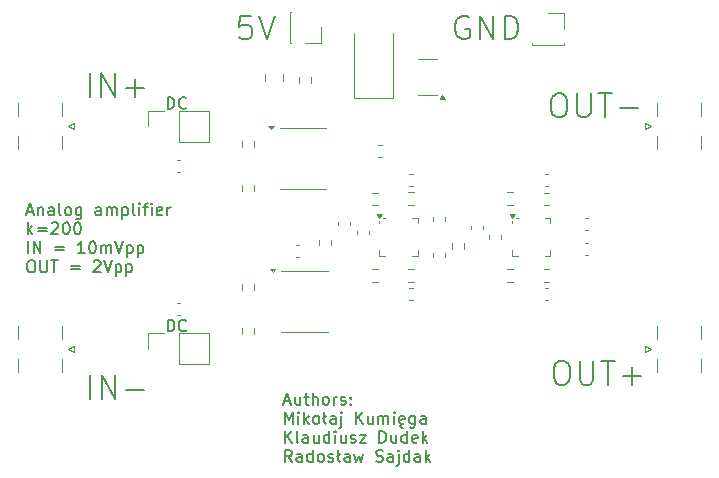
<source format=gbr>
%TF.GenerationSoftware,KiCad,Pcbnew,7.0.11-7.0.11~ubuntu22.04.1*%
%TF.CreationDate,2024-11-23T22:03:05+01:00*%
%TF.ProjectId,analog-amplifier,616e616c-6f67-42d6-916d-706c69666965,rev?*%
%TF.SameCoordinates,Original*%
%TF.FileFunction,Legend,Top*%
%TF.FilePolarity,Positive*%
%FSLAX46Y46*%
G04 Gerber Fmt 4.6, Leading zero omitted, Abs format (unit mm)*
G04 Created by KiCad (PCBNEW 7.0.11-7.0.11~ubuntu22.04.1) date 2024-11-23 22:03:05*
%MOMM*%
%LPD*%
G01*
G04 APERTURE LIST*
%ADD10C,0.150000*%
%ADD11C,0.120000*%
G04 APERTURE END LIST*
D10*
X97509160Y-86244104D02*
X97985350Y-86244104D01*
X97413922Y-86529819D02*
X97747255Y-85529819D01*
X97747255Y-85529819D02*
X98080588Y-86529819D01*
X98413922Y-85863152D02*
X98413922Y-86529819D01*
X98413922Y-85958390D02*
X98461541Y-85910771D01*
X98461541Y-85910771D02*
X98556779Y-85863152D01*
X98556779Y-85863152D02*
X98699636Y-85863152D01*
X98699636Y-85863152D02*
X98794874Y-85910771D01*
X98794874Y-85910771D02*
X98842493Y-86006009D01*
X98842493Y-86006009D02*
X98842493Y-86529819D01*
X99747255Y-86529819D02*
X99747255Y-86006009D01*
X99747255Y-86006009D02*
X99699636Y-85910771D01*
X99699636Y-85910771D02*
X99604398Y-85863152D01*
X99604398Y-85863152D02*
X99413922Y-85863152D01*
X99413922Y-85863152D02*
X99318684Y-85910771D01*
X99747255Y-86482200D02*
X99652017Y-86529819D01*
X99652017Y-86529819D02*
X99413922Y-86529819D01*
X99413922Y-86529819D02*
X99318684Y-86482200D01*
X99318684Y-86482200D02*
X99271065Y-86386961D01*
X99271065Y-86386961D02*
X99271065Y-86291723D01*
X99271065Y-86291723D02*
X99318684Y-86196485D01*
X99318684Y-86196485D02*
X99413922Y-86148866D01*
X99413922Y-86148866D02*
X99652017Y-86148866D01*
X99652017Y-86148866D02*
X99747255Y-86101247D01*
X100366303Y-86529819D02*
X100271065Y-86482200D01*
X100271065Y-86482200D02*
X100223446Y-86386961D01*
X100223446Y-86386961D02*
X100223446Y-85529819D01*
X100890113Y-86529819D02*
X100794875Y-86482200D01*
X100794875Y-86482200D02*
X100747256Y-86434580D01*
X100747256Y-86434580D02*
X100699637Y-86339342D01*
X100699637Y-86339342D02*
X100699637Y-86053628D01*
X100699637Y-86053628D02*
X100747256Y-85958390D01*
X100747256Y-85958390D02*
X100794875Y-85910771D01*
X100794875Y-85910771D02*
X100890113Y-85863152D01*
X100890113Y-85863152D02*
X101032970Y-85863152D01*
X101032970Y-85863152D02*
X101128208Y-85910771D01*
X101128208Y-85910771D02*
X101175827Y-85958390D01*
X101175827Y-85958390D02*
X101223446Y-86053628D01*
X101223446Y-86053628D02*
X101223446Y-86339342D01*
X101223446Y-86339342D02*
X101175827Y-86434580D01*
X101175827Y-86434580D02*
X101128208Y-86482200D01*
X101128208Y-86482200D02*
X101032970Y-86529819D01*
X101032970Y-86529819D02*
X100890113Y-86529819D01*
X102080589Y-85863152D02*
X102080589Y-86672676D01*
X102080589Y-86672676D02*
X102032970Y-86767914D01*
X102032970Y-86767914D02*
X101985351Y-86815533D01*
X101985351Y-86815533D02*
X101890113Y-86863152D01*
X101890113Y-86863152D02*
X101747256Y-86863152D01*
X101747256Y-86863152D02*
X101652018Y-86815533D01*
X102080589Y-86482200D02*
X101985351Y-86529819D01*
X101985351Y-86529819D02*
X101794875Y-86529819D01*
X101794875Y-86529819D02*
X101699637Y-86482200D01*
X101699637Y-86482200D02*
X101652018Y-86434580D01*
X101652018Y-86434580D02*
X101604399Y-86339342D01*
X101604399Y-86339342D02*
X101604399Y-86053628D01*
X101604399Y-86053628D02*
X101652018Y-85958390D01*
X101652018Y-85958390D02*
X101699637Y-85910771D01*
X101699637Y-85910771D02*
X101794875Y-85863152D01*
X101794875Y-85863152D02*
X101985351Y-85863152D01*
X101985351Y-85863152D02*
X102080589Y-85910771D01*
X103747256Y-86529819D02*
X103747256Y-86006009D01*
X103747256Y-86006009D02*
X103699637Y-85910771D01*
X103699637Y-85910771D02*
X103604399Y-85863152D01*
X103604399Y-85863152D02*
X103413923Y-85863152D01*
X103413923Y-85863152D02*
X103318685Y-85910771D01*
X103747256Y-86482200D02*
X103652018Y-86529819D01*
X103652018Y-86529819D02*
X103413923Y-86529819D01*
X103413923Y-86529819D02*
X103318685Y-86482200D01*
X103318685Y-86482200D02*
X103271066Y-86386961D01*
X103271066Y-86386961D02*
X103271066Y-86291723D01*
X103271066Y-86291723D02*
X103318685Y-86196485D01*
X103318685Y-86196485D02*
X103413923Y-86148866D01*
X103413923Y-86148866D02*
X103652018Y-86148866D01*
X103652018Y-86148866D02*
X103747256Y-86101247D01*
X104223447Y-86529819D02*
X104223447Y-85863152D01*
X104223447Y-85958390D02*
X104271066Y-85910771D01*
X104271066Y-85910771D02*
X104366304Y-85863152D01*
X104366304Y-85863152D02*
X104509161Y-85863152D01*
X104509161Y-85863152D02*
X104604399Y-85910771D01*
X104604399Y-85910771D02*
X104652018Y-86006009D01*
X104652018Y-86006009D02*
X104652018Y-86529819D01*
X104652018Y-86006009D02*
X104699637Y-85910771D01*
X104699637Y-85910771D02*
X104794875Y-85863152D01*
X104794875Y-85863152D02*
X104937732Y-85863152D01*
X104937732Y-85863152D02*
X105032971Y-85910771D01*
X105032971Y-85910771D02*
X105080590Y-86006009D01*
X105080590Y-86006009D02*
X105080590Y-86529819D01*
X105556780Y-85863152D02*
X105556780Y-86863152D01*
X105556780Y-85910771D02*
X105652018Y-85863152D01*
X105652018Y-85863152D02*
X105842494Y-85863152D01*
X105842494Y-85863152D02*
X105937732Y-85910771D01*
X105937732Y-85910771D02*
X105985351Y-85958390D01*
X105985351Y-85958390D02*
X106032970Y-86053628D01*
X106032970Y-86053628D02*
X106032970Y-86339342D01*
X106032970Y-86339342D02*
X105985351Y-86434580D01*
X105985351Y-86434580D02*
X105937732Y-86482200D01*
X105937732Y-86482200D02*
X105842494Y-86529819D01*
X105842494Y-86529819D02*
X105652018Y-86529819D01*
X105652018Y-86529819D02*
X105556780Y-86482200D01*
X106604399Y-86529819D02*
X106509161Y-86482200D01*
X106509161Y-86482200D02*
X106461542Y-86386961D01*
X106461542Y-86386961D02*
X106461542Y-85529819D01*
X106985352Y-86529819D02*
X106985352Y-85863152D01*
X106985352Y-85529819D02*
X106937733Y-85577438D01*
X106937733Y-85577438D02*
X106985352Y-85625057D01*
X106985352Y-85625057D02*
X107032971Y-85577438D01*
X107032971Y-85577438D02*
X106985352Y-85529819D01*
X106985352Y-85529819D02*
X106985352Y-85625057D01*
X107318685Y-85863152D02*
X107699637Y-85863152D01*
X107461542Y-86529819D02*
X107461542Y-85672676D01*
X107461542Y-85672676D02*
X107509161Y-85577438D01*
X107509161Y-85577438D02*
X107604399Y-85529819D01*
X107604399Y-85529819D02*
X107699637Y-85529819D01*
X108032971Y-86529819D02*
X108032971Y-85863152D01*
X108032971Y-85529819D02*
X107985352Y-85577438D01*
X107985352Y-85577438D02*
X108032971Y-85625057D01*
X108032971Y-85625057D02*
X108080590Y-85577438D01*
X108080590Y-85577438D02*
X108032971Y-85529819D01*
X108032971Y-85529819D02*
X108032971Y-85625057D01*
X108890113Y-86482200D02*
X108794875Y-86529819D01*
X108794875Y-86529819D02*
X108604399Y-86529819D01*
X108604399Y-86529819D02*
X108509161Y-86482200D01*
X108509161Y-86482200D02*
X108461542Y-86386961D01*
X108461542Y-86386961D02*
X108461542Y-86006009D01*
X108461542Y-86006009D02*
X108509161Y-85910771D01*
X108509161Y-85910771D02*
X108604399Y-85863152D01*
X108604399Y-85863152D02*
X108794875Y-85863152D01*
X108794875Y-85863152D02*
X108890113Y-85910771D01*
X108890113Y-85910771D02*
X108937732Y-86006009D01*
X108937732Y-86006009D02*
X108937732Y-86101247D01*
X108937732Y-86101247D02*
X108461542Y-86196485D01*
X109366304Y-86529819D02*
X109366304Y-85863152D01*
X109366304Y-86053628D02*
X109413923Y-85958390D01*
X109413923Y-85958390D02*
X109461542Y-85910771D01*
X109461542Y-85910771D02*
X109556780Y-85863152D01*
X109556780Y-85863152D02*
X109652018Y-85863152D01*
X97556779Y-88139819D02*
X97556779Y-87139819D01*
X97652017Y-87758866D02*
X97937731Y-88139819D01*
X97937731Y-87473152D02*
X97556779Y-87854104D01*
X98366303Y-87616009D02*
X99128208Y-87616009D01*
X99128208Y-87901723D02*
X98366303Y-87901723D01*
X99556779Y-87235057D02*
X99604398Y-87187438D01*
X99604398Y-87187438D02*
X99699636Y-87139819D01*
X99699636Y-87139819D02*
X99937731Y-87139819D01*
X99937731Y-87139819D02*
X100032969Y-87187438D01*
X100032969Y-87187438D02*
X100080588Y-87235057D01*
X100080588Y-87235057D02*
X100128207Y-87330295D01*
X100128207Y-87330295D02*
X100128207Y-87425533D01*
X100128207Y-87425533D02*
X100080588Y-87568390D01*
X100080588Y-87568390D02*
X99509160Y-88139819D01*
X99509160Y-88139819D02*
X100128207Y-88139819D01*
X100747255Y-87139819D02*
X100842493Y-87139819D01*
X100842493Y-87139819D02*
X100937731Y-87187438D01*
X100937731Y-87187438D02*
X100985350Y-87235057D01*
X100985350Y-87235057D02*
X101032969Y-87330295D01*
X101032969Y-87330295D02*
X101080588Y-87520771D01*
X101080588Y-87520771D02*
X101080588Y-87758866D01*
X101080588Y-87758866D02*
X101032969Y-87949342D01*
X101032969Y-87949342D02*
X100985350Y-88044580D01*
X100985350Y-88044580D02*
X100937731Y-88092200D01*
X100937731Y-88092200D02*
X100842493Y-88139819D01*
X100842493Y-88139819D02*
X100747255Y-88139819D01*
X100747255Y-88139819D02*
X100652017Y-88092200D01*
X100652017Y-88092200D02*
X100604398Y-88044580D01*
X100604398Y-88044580D02*
X100556779Y-87949342D01*
X100556779Y-87949342D02*
X100509160Y-87758866D01*
X100509160Y-87758866D02*
X100509160Y-87520771D01*
X100509160Y-87520771D02*
X100556779Y-87330295D01*
X100556779Y-87330295D02*
X100604398Y-87235057D01*
X100604398Y-87235057D02*
X100652017Y-87187438D01*
X100652017Y-87187438D02*
X100747255Y-87139819D01*
X101699636Y-87139819D02*
X101794874Y-87139819D01*
X101794874Y-87139819D02*
X101890112Y-87187438D01*
X101890112Y-87187438D02*
X101937731Y-87235057D01*
X101937731Y-87235057D02*
X101985350Y-87330295D01*
X101985350Y-87330295D02*
X102032969Y-87520771D01*
X102032969Y-87520771D02*
X102032969Y-87758866D01*
X102032969Y-87758866D02*
X101985350Y-87949342D01*
X101985350Y-87949342D02*
X101937731Y-88044580D01*
X101937731Y-88044580D02*
X101890112Y-88092200D01*
X101890112Y-88092200D02*
X101794874Y-88139819D01*
X101794874Y-88139819D02*
X101699636Y-88139819D01*
X101699636Y-88139819D02*
X101604398Y-88092200D01*
X101604398Y-88092200D02*
X101556779Y-88044580D01*
X101556779Y-88044580D02*
X101509160Y-87949342D01*
X101509160Y-87949342D02*
X101461541Y-87758866D01*
X101461541Y-87758866D02*
X101461541Y-87520771D01*
X101461541Y-87520771D02*
X101509160Y-87330295D01*
X101509160Y-87330295D02*
X101556779Y-87235057D01*
X101556779Y-87235057D02*
X101604398Y-87187438D01*
X101604398Y-87187438D02*
X101699636Y-87139819D01*
X97556779Y-89749819D02*
X97556779Y-88749819D01*
X98032969Y-89749819D02*
X98032969Y-88749819D01*
X98032969Y-88749819D02*
X98604397Y-89749819D01*
X98604397Y-89749819D02*
X98604397Y-88749819D01*
X99842493Y-89226009D02*
X100604398Y-89226009D01*
X100604398Y-89511723D02*
X99842493Y-89511723D01*
X102366302Y-89749819D02*
X101794874Y-89749819D01*
X102080588Y-89749819D02*
X102080588Y-88749819D01*
X102080588Y-88749819D02*
X101985350Y-88892676D01*
X101985350Y-88892676D02*
X101890112Y-88987914D01*
X101890112Y-88987914D02*
X101794874Y-89035533D01*
X102985350Y-88749819D02*
X103080588Y-88749819D01*
X103080588Y-88749819D02*
X103175826Y-88797438D01*
X103175826Y-88797438D02*
X103223445Y-88845057D01*
X103223445Y-88845057D02*
X103271064Y-88940295D01*
X103271064Y-88940295D02*
X103318683Y-89130771D01*
X103318683Y-89130771D02*
X103318683Y-89368866D01*
X103318683Y-89368866D02*
X103271064Y-89559342D01*
X103271064Y-89559342D02*
X103223445Y-89654580D01*
X103223445Y-89654580D02*
X103175826Y-89702200D01*
X103175826Y-89702200D02*
X103080588Y-89749819D01*
X103080588Y-89749819D02*
X102985350Y-89749819D01*
X102985350Y-89749819D02*
X102890112Y-89702200D01*
X102890112Y-89702200D02*
X102842493Y-89654580D01*
X102842493Y-89654580D02*
X102794874Y-89559342D01*
X102794874Y-89559342D02*
X102747255Y-89368866D01*
X102747255Y-89368866D02*
X102747255Y-89130771D01*
X102747255Y-89130771D02*
X102794874Y-88940295D01*
X102794874Y-88940295D02*
X102842493Y-88845057D01*
X102842493Y-88845057D02*
X102890112Y-88797438D01*
X102890112Y-88797438D02*
X102985350Y-88749819D01*
X103747255Y-89749819D02*
X103747255Y-89083152D01*
X103747255Y-89178390D02*
X103794874Y-89130771D01*
X103794874Y-89130771D02*
X103890112Y-89083152D01*
X103890112Y-89083152D02*
X104032969Y-89083152D01*
X104032969Y-89083152D02*
X104128207Y-89130771D01*
X104128207Y-89130771D02*
X104175826Y-89226009D01*
X104175826Y-89226009D02*
X104175826Y-89749819D01*
X104175826Y-89226009D02*
X104223445Y-89130771D01*
X104223445Y-89130771D02*
X104318683Y-89083152D01*
X104318683Y-89083152D02*
X104461540Y-89083152D01*
X104461540Y-89083152D02*
X104556779Y-89130771D01*
X104556779Y-89130771D02*
X104604398Y-89226009D01*
X104604398Y-89226009D02*
X104604398Y-89749819D01*
X104937731Y-88749819D02*
X105271064Y-89749819D01*
X105271064Y-89749819D02*
X105604397Y-88749819D01*
X105937731Y-89083152D02*
X105937731Y-90083152D01*
X105937731Y-89130771D02*
X106032969Y-89083152D01*
X106032969Y-89083152D02*
X106223445Y-89083152D01*
X106223445Y-89083152D02*
X106318683Y-89130771D01*
X106318683Y-89130771D02*
X106366302Y-89178390D01*
X106366302Y-89178390D02*
X106413921Y-89273628D01*
X106413921Y-89273628D02*
X106413921Y-89559342D01*
X106413921Y-89559342D02*
X106366302Y-89654580D01*
X106366302Y-89654580D02*
X106318683Y-89702200D01*
X106318683Y-89702200D02*
X106223445Y-89749819D01*
X106223445Y-89749819D02*
X106032969Y-89749819D01*
X106032969Y-89749819D02*
X105937731Y-89702200D01*
X106842493Y-89083152D02*
X106842493Y-90083152D01*
X106842493Y-89130771D02*
X106937731Y-89083152D01*
X106937731Y-89083152D02*
X107128207Y-89083152D01*
X107128207Y-89083152D02*
X107223445Y-89130771D01*
X107223445Y-89130771D02*
X107271064Y-89178390D01*
X107271064Y-89178390D02*
X107318683Y-89273628D01*
X107318683Y-89273628D02*
X107318683Y-89559342D01*
X107318683Y-89559342D02*
X107271064Y-89654580D01*
X107271064Y-89654580D02*
X107223445Y-89702200D01*
X107223445Y-89702200D02*
X107128207Y-89749819D01*
X107128207Y-89749819D02*
X106937731Y-89749819D01*
X106937731Y-89749819D02*
X106842493Y-89702200D01*
X97747255Y-90359819D02*
X97937731Y-90359819D01*
X97937731Y-90359819D02*
X98032969Y-90407438D01*
X98032969Y-90407438D02*
X98128207Y-90502676D01*
X98128207Y-90502676D02*
X98175826Y-90693152D01*
X98175826Y-90693152D02*
X98175826Y-91026485D01*
X98175826Y-91026485D02*
X98128207Y-91216961D01*
X98128207Y-91216961D02*
X98032969Y-91312200D01*
X98032969Y-91312200D02*
X97937731Y-91359819D01*
X97937731Y-91359819D02*
X97747255Y-91359819D01*
X97747255Y-91359819D02*
X97652017Y-91312200D01*
X97652017Y-91312200D02*
X97556779Y-91216961D01*
X97556779Y-91216961D02*
X97509160Y-91026485D01*
X97509160Y-91026485D02*
X97509160Y-90693152D01*
X97509160Y-90693152D02*
X97556779Y-90502676D01*
X97556779Y-90502676D02*
X97652017Y-90407438D01*
X97652017Y-90407438D02*
X97747255Y-90359819D01*
X98604398Y-90359819D02*
X98604398Y-91169342D01*
X98604398Y-91169342D02*
X98652017Y-91264580D01*
X98652017Y-91264580D02*
X98699636Y-91312200D01*
X98699636Y-91312200D02*
X98794874Y-91359819D01*
X98794874Y-91359819D02*
X98985350Y-91359819D01*
X98985350Y-91359819D02*
X99080588Y-91312200D01*
X99080588Y-91312200D02*
X99128207Y-91264580D01*
X99128207Y-91264580D02*
X99175826Y-91169342D01*
X99175826Y-91169342D02*
X99175826Y-90359819D01*
X99509160Y-90359819D02*
X100080588Y-90359819D01*
X99794874Y-91359819D02*
X99794874Y-90359819D01*
X101175827Y-90836009D02*
X101937732Y-90836009D01*
X101937732Y-91121723D02*
X101175827Y-91121723D01*
X103128208Y-90455057D02*
X103175827Y-90407438D01*
X103175827Y-90407438D02*
X103271065Y-90359819D01*
X103271065Y-90359819D02*
X103509160Y-90359819D01*
X103509160Y-90359819D02*
X103604398Y-90407438D01*
X103604398Y-90407438D02*
X103652017Y-90455057D01*
X103652017Y-90455057D02*
X103699636Y-90550295D01*
X103699636Y-90550295D02*
X103699636Y-90645533D01*
X103699636Y-90645533D02*
X103652017Y-90788390D01*
X103652017Y-90788390D02*
X103080589Y-91359819D01*
X103080589Y-91359819D02*
X103699636Y-91359819D01*
X103985351Y-90359819D02*
X104318684Y-91359819D01*
X104318684Y-91359819D02*
X104652017Y-90359819D01*
X104985351Y-90693152D02*
X104985351Y-91693152D01*
X104985351Y-90740771D02*
X105080589Y-90693152D01*
X105080589Y-90693152D02*
X105271065Y-90693152D01*
X105271065Y-90693152D02*
X105366303Y-90740771D01*
X105366303Y-90740771D02*
X105413922Y-90788390D01*
X105413922Y-90788390D02*
X105461541Y-90883628D01*
X105461541Y-90883628D02*
X105461541Y-91169342D01*
X105461541Y-91169342D02*
X105413922Y-91264580D01*
X105413922Y-91264580D02*
X105366303Y-91312200D01*
X105366303Y-91312200D02*
X105271065Y-91359819D01*
X105271065Y-91359819D02*
X105080589Y-91359819D01*
X105080589Y-91359819D02*
X104985351Y-91312200D01*
X105890113Y-90693152D02*
X105890113Y-91693152D01*
X105890113Y-90740771D02*
X105985351Y-90693152D01*
X105985351Y-90693152D02*
X106175827Y-90693152D01*
X106175827Y-90693152D02*
X106271065Y-90740771D01*
X106271065Y-90740771D02*
X106318684Y-90788390D01*
X106318684Y-90788390D02*
X106366303Y-90883628D01*
X106366303Y-90883628D02*
X106366303Y-91169342D01*
X106366303Y-91169342D02*
X106318684Y-91264580D01*
X106318684Y-91264580D02*
X106271065Y-91312200D01*
X106271065Y-91312200D02*
X106175827Y-91359819D01*
X106175827Y-91359819D02*
X105985351Y-91359819D01*
X105985351Y-91359819D02*
X105890113Y-91312200D01*
X134872493Y-69732676D02*
X134682017Y-69637438D01*
X134682017Y-69637438D02*
X134396303Y-69637438D01*
X134396303Y-69637438D02*
X134110588Y-69732676D01*
X134110588Y-69732676D02*
X133920112Y-69923152D01*
X133920112Y-69923152D02*
X133824874Y-70113628D01*
X133824874Y-70113628D02*
X133729636Y-70494580D01*
X133729636Y-70494580D02*
X133729636Y-70780295D01*
X133729636Y-70780295D02*
X133824874Y-71161247D01*
X133824874Y-71161247D02*
X133920112Y-71351723D01*
X133920112Y-71351723D02*
X134110588Y-71542200D01*
X134110588Y-71542200D02*
X134396303Y-71637438D01*
X134396303Y-71637438D02*
X134586779Y-71637438D01*
X134586779Y-71637438D02*
X134872493Y-71542200D01*
X134872493Y-71542200D02*
X134967731Y-71446961D01*
X134967731Y-71446961D02*
X134967731Y-70780295D01*
X134967731Y-70780295D02*
X134586779Y-70780295D01*
X135824874Y-71637438D02*
X135824874Y-69637438D01*
X135824874Y-69637438D02*
X136967731Y-71637438D01*
X136967731Y-71637438D02*
X136967731Y-69637438D01*
X137920112Y-71637438D02*
X137920112Y-69637438D01*
X137920112Y-69637438D02*
X138396302Y-69637438D01*
X138396302Y-69637438D02*
X138682017Y-69732676D01*
X138682017Y-69732676D02*
X138872493Y-69923152D01*
X138872493Y-69923152D02*
X138967731Y-70113628D01*
X138967731Y-70113628D02*
X139062969Y-70494580D01*
X139062969Y-70494580D02*
X139062969Y-70780295D01*
X139062969Y-70780295D02*
X138967731Y-71161247D01*
X138967731Y-71161247D02*
X138872493Y-71351723D01*
X138872493Y-71351723D02*
X138682017Y-71542200D01*
X138682017Y-71542200D02*
X138396302Y-71637438D01*
X138396302Y-71637438D02*
X137920112Y-71637438D01*
X102844874Y-102057438D02*
X102844874Y-100057438D01*
X103797255Y-102057438D02*
X103797255Y-100057438D01*
X103797255Y-100057438D02*
X104940112Y-102057438D01*
X104940112Y-102057438D02*
X104940112Y-100057438D01*
X105892493Y-101295533D02*
X107416303Y-101295533D01*
X109386779Y-96374819D02*
X109386779Y-95374819D01*
X109386779Y-95374819D02*
X109624874Y-95374819D01*
X109624874Y-95374819D02*
X109767731Y-95422438D01*
X109767731Y-95422438D02*
X109862969Y-95517676D01*
X109862969Y-95517676D02*
X109910588Y-95612914D01*
X109910588Y-95612914D02*
X109958207Y-95803390D01*
X109958207Y-95803390D02*
X109958207Y-95946247D01*
X109958207Y-95946247D02*
X109910588Y-96136723D01*
X109910588Y-96136723D02*
X109862969Y-96231961D01*
X109862969Y-96231961D02*
X109767731Y-96327200D01*
X109767731Y-96327200D02*
X109624874Y-96374819D01*
X109624874Y-96374819D02*
X109386779Y-96374819D01*
X110958207Y-96279580D02*
X110910588Y-96327200D01*
X110910588Y-96327200D02*
X110767731Y-96374819D01*
X110767731Y-96374819D02*
X110672493Y-96374819D01*
X110672493Y-96374819D02*
X110529636Y-96327200D01*
X110529636Y-96327200D02*
X110434398Y-96231961D01*
X110434398Y-96231961D02*
X110386779Y-96136723D01*
X110386779Y-96136723D02*
X110339160Y-95946247D01*
X110339160Y-95946247D02*
X110339160Y-95803390D01*
X110339160Y-95803390D02*
X110386779Y-95612914D01*
X110386779Y-95612914D02*
X110434398Y-95517676D01*
X110434398Y-95517676D02*
X110529636Y-95422438D01*
X110529636Y-95422438D02*
X110672493Y-95374819D01*
X110672493Y-95374819D02*
X110767731Y-95374819D01*
X110767731Y-95374819D02*
X110910588Y-95422438D01*
X110910588Y-95422438D02*
X110958207Y-95470057D01*
X102814874Y-76517438D02*
X102814874Y-74517438D01*
X103767255Y-76517438D02*
X103767255Y-74517438D01*
X103767255Y-74517438D02*
X104910112Y-76517438D01*
X104910112Y-76517438D02*
X104910112Y-74517438D01*
X105862493Y-75755533D02*
X107386303Y-75755533D01*
X106624398Y-76517438D02*
X106624398Y-74993628D01*
X142575826Y-98877438D02*
X142956779Y-98877438D01*
X142956779Y-98877438D02*
X143147255Y-98972676D01*
X143147255Y-98972676D02*
X143337731Y-99163152D01*
X143337731Y-99163152D02*
X143432969Y-99544104D01*
X143432969Y-99544104D02*
X143432969Y-100210771D01*
X143432969Y-100210771D02*
X143337731Y-100591723D01*
X143337731Y-100591723D02*
X143147255Y-100782200D01*
X143147255Y-100782200D02*
X142956779Y-100877438D01*
X142956779Y-100877438D02*
X142575826Y-100877438D01*
X142575826Y-100877438D02*
X142385350Y-100782200D01*
X142385350Y-100782200D02*
X142194874Y-100591723D01*
X142194874Y-100591723D02*
X142099636Y-100210771D01*
X142099636Y-100210771D02*
X142099636Y-99544104D01*
X142099636Y-99544104D02*
X142194874Y-99163152D01*
X142194874Y-99163152D02*
X142385350Y-98972676D01*
X142385350Y-98972676D02*
X142575826Y-98877438D01*
X144290112Y-98877438D02*
X144290112Y-100496485D01*
X144290112Y-100496485D02*
X144385350Y-100686961D01*
X144385350Y-100686961D02*
X144480588Y-100782200D01*
X144480588Y-100782200D02*
X144671064Y-100877438D01*
X144671064Y-100877438D02*
X145052017Y-100877438D01*
X145052017Y-100877438D02*
X145242493Y-100782200D01*
X145242493Y-100782200D02*
X145337731Y-100686961D01*
X145337731Y-100686961D02*
X145432969Y-100496485D01*
X145432969Y-100496485D02*
X145432969Y-98877438D01*
X146099636Y-98877438D02*
X147242493Y-98877438D01*
X146671064Y-100877438D02*
X146671064Y-98877438D01*
X147909160Y-100115533D02*
X149432970Y-100115533D01*
X148671065Y-100877438D02*
X148671065Y-99353628D01*
X116447255Y-69637438D02*
X115494874Y-69637438D01*
X115494874Y-69637438D02*
X115399636Y-70589819D01*
X115399636Y-70589819D02*
X115494874Y-70494580D01*
X115494874Y-70494580D02*
X115685350Y-70399342D01*
X115685350Y-70399342D02*
X116161541Y-70399342D01*
X116161541Y-70399342D02*
X116352017Y-70494580D01*
X116352017Y-70494580D02*
X116447255Y-70589819D01*
X116447255Y-70589819D02*
X116542493Y-70780295D01*
X116542493Y-70780295D02*
X116542493Y-71256485D01*
X116542493Y-71256485D02*
X116447255Y-71446961D01*
X116447255Y-71446961D02*
X116352017Y-71542200D01*
X116352017Y-71542200D02*
X116161541Y-71637438D01*
X116161541Y-71637438D02*
X115685350Y-71637438D01*
X115685350Y-71637438D02*
X115494874Y-71542200D01*
X115494874Y-71542200D02*
X115399636Y-71446961D01*
X117113922Y-69637438D02*
X117780588Y-71637438D01*
X117780588Y-71637438D02*
X118447255Y-69637438D01*
X142335826Y-76227438D02*
X142716779Y-76227438D01*
X142716779Y-76227438D02*
X142907255Y-76322676D01*
X142907255Y-76322676D02*
X143097731Y-76513152D01*
X143097731Y-76513152D02*
X143192969Y-76894104D01*
X143192969Y-76894104D02*
X143192969Y-77560771D01*
X143192969Y-77560771D02*
X143097731Y-77941723D01*
X143097731Y-77941723D02*
X142907255Y-78132200D01*
X142907255Y-78132200D02*
X142716779Y-78227438D01*
X142716779Y-78227438D02*
X142335826Y-78227438D01*
X142335826Y-78227438D02*
X142145350Y-78132200D01*
X142145350Y-78132200D02*
X141954874Y-77941723D01*
X141954874Y-77941723D02*
X141859636Y-77560771D01*
X141859636Y-77560771D02*
X141859636Y-76894104D01*
X141859636Y-76894104D02*
X141954874Y-76513152D01*
X141954874Y-76513152D02*
X142145350Y-76322676D01*
X142145350Y-76322676D02*
X142335826Y-76227438D01*
X144050112Y-76227438D02*
X144050112Y-77846485D01*
X144050112Y-77846485D02*
X144145350Y-78036961D01*
X144145350Y-78036961D02*
X144240588Y-78132200D01*
X144240588Y-78132200D02*
X144431064Y-78227438D01*
X144431064Y-78227438D02*
X144812017Y-78227438D01*
X144812017Y-78227438D02*
X145002493Y-78132200D01*
X145002493Y-78132200D02*
X145097731Y-78036961D01*
X145097731Y-78036961D02*
X145192969Y-77846485D01*
X145192969Y-77846485D02*
X145192969Y-76227438D01*
X145859636Y-76227438D02*
X147002493Y-76227438D01*
X146431064Y-78227438D02*
X146431064Y-76227438D01*
X147669160Y-77465533D02*
X149192970Y-77465533D01*
X109386779Y-77539819D02*
X109386779Y-76539819D01*
X109386779Y-76539819D02*
X109624874Y-76539819D01*
X109624874Y-76539819D02*
X109767731Y-76587438D01*
X109767731Y-76587438D02*
X109862969Y-76682676D01*
X109862969Y-76682676D02*
X109910588Y-76777914D01*
X109910588Y-76777914D02*
X109958207Y-76968390D01*
X109958207Y-76968390D02*
X109958207Y-77111247D01*
X109958207Y-77111247D02*
X109910588Y-77301723D01*
X109910588Y-77301723D02*
X109862969Y-77396961D01*
X109862969Y-77396961D02*
X109767731Y-77492200D01*
X109767731Y-77492200D02*
X109624874Y-77539819D01*
X109624874Y-77539819D02*
X109386779Y-77539819D01*
X110958207Y-77444580D02*
X110910588Y-77492200D01*
X110910588Y-77492200D02*
X110767731Y-77539819D01*
X110767731Y-77539819D02*
X110672493Y-77539819D01*
X110672493Y-77539819D02*
X110529636Y-77492200D01*
X110529636Y-77492200D02*
X110434398Y-77396961D01*
X110434398Y-77396961D02*
X110386779Y-77301723D01*
X110386779Y-77301723D02*
X110339160Y-77111247D01*
X110339160Y-77111247D02*
X110339160Y-76968390D01*
X110339160Y-76968390D02*
X110386779Y-76777914D01*
X110386779Y-76777914D02*
X110434398Y-76682676D01*
X110434398Y-76682676D02*
X110529636Y-76587438D01*
X110529636Y-76587438D02*
X110672493Y-76539819D01*
X110672493Y-76539819D02*
X110767731Y-76539819D01*
X110767731Y-76539819D02*
X110910588Y-76587438D01*
X110910588Y-76587438D02*
X110958207Y-76635057D01*
X119269160Y-102294104D02*
X119745350Y-102294104D01*
X119173922Y-102579819D02*
X119507255Y-101579819D01*
X119507255Y-101579819D02*
X119840588Y-102579819D01*
X120602493Y-101913152D02*
X120602493Y-102579819D01*
X120173922Y-101913152D02*
X120173922Y-102436961D01*
X120173922Y-102436961D02*
X120221541Y-102532200D01*
X120221541Y-102532200D02*
X120316779Y-102579819D01*
X120316779Y-102579819D02*
X120459636Y-102579819D01*
X120459636Y-102579819D02*
X120554874Y-102532200D01*
X120554874Y-102532200D02*
X120602493Y-102484580D01*
X120935827Y-101913152D02*
X121316779Y-101913152D01*
X121078684Y-101579819D02*
X121078684Y-102436961D01*
X121078684Y-102436961D02*
X121126303Y-102532200D01*
X121126303Y-102532200D02*
X121221541Y-102579819D01*
X121221541Y-102579819D02*
X121316779Y-102579819D01*
X121650113Y-102579819D02*
X121650113Y-101579819D01*
X122078684Y-102579819D02*
X122078684Y-102056009D01*
X122078684Y-102056009D02*
X122031065Y-101960771D01*
X122031065Y-101960771D02*
X121935827Y-101913152D01*
X121935827Y-101913152D02*
X121792970Y-101913152D01*
X121792970Y-101913152D02*
X121697732Y-101960771D01*
X121697732Y-101960771D02*
X121650113Y-102008390D01*
X122697732Y-102579819D02*
X122602494Y-102532200D01*
X122602494Y-102532200D02*
X122554875Y-102484580D01*
X122554875Y-102484580D02*
X122507256Y-102389342D01*
X122507256Y-102389342D02*
X122507256Y-102103628D01*
X122507256Y-102103628D02*
X122554875Y-102008390D01*
X122554875Y-102008390D02*
X122602494Y-101960771D01*
X122602494Y-101960771D02*
X122697732Y-101913152D01*
X122697732Y-101913152D02*
X122840589Y-101913152D01*
X122840589Y-101913152D02*
X122935827Y-101960771D01*
X122935827Y-101960771D02*
X122983446Y-102008390D01*
X122983446Y-102008390D02*
X123031065Y-102103628D01*
X123031065Y-102103628D02*
X123031065Y-102389342D01*
X123031065Y-102389342D02*
X122983446Y-102484580D01*
X122983446Y-102484580D02*
X122935827Y-102532200D01*
X122935827Y-102532200D02*
X122840589Y-102579819D01*
X122840589Y-102579819D02*
X122697732Y-102579819D01*
X123459637Y-102579819D02*
X123459637Y-101913152D01*
X123459637Y-102103628D02*
X123507256Y-102008390D01*
X123507256Y-102008390D02*
X123554875Y-101960771D01*
X123554875Y-101960771D02*
X123650113Y-101913152D01*
X123650113Y-101913152D02*
X123745351Y-101913152D01*
X124031066Y-102532200D02*
X124126304Y-102579819D01*
X124126304Y-102579819D02*
X124316780Y-102579819D01*
X124316780Y-102579819D02*
X124412018Y-102532200D01*
X124412018Y-102532200D02*
X124459637Y-102436961D01*
X124459637Y-102436961D02*
X124459637Y-102389342D01*
X124459637Y-102389342D02*
X124412018Y-102294104D01*
X124412018Y-102294104D02*
X124316780Y-102246485D01*
X124316780Y-102246485D02*
X124173923Y-102246485D01*
X124173923Y-102246485D02*
X124078685Y-102198866D01*
X124078685Y-102198866D02*
X124031066Y-102103628D01*
X124031066Y-102103628D02*
X124031066Y-102056009D01*
X124031066Y-102056009D02*
X124078685Y-101960771D01*
X124078685Y-101960771D02*
X124173923Y-101913152D01*
X124173923Y-101913152D02*
X124316780Y-101913152D01*
X124316780Y-101913152D02*
X124412018Y-101960771D01*
X124888209Y-102484580D02*
X124935828Y-102532200D01*
X124935828Y-102532200D02*
X124888209Y-102579819D01*
X124888209Y-102579819D02*
X124840590Y-102532200D01*
X124840590Y-102532200D02*
X124888209Y-102484580D01*
X124888209Y-102484580D02*
X124888209Y-102579819D01*
X124888209Y-101960771D02*
X124935828Y-102008390D01*
X124935828Y-102008390D02*
X124888209Y-102056009D01*
X124888209Y-102056009D02*
X124840590Y-102008390D01*
X124840590Y-102008390D02*
X124888209Y-101960771D01*
X124888209Y-101960771D02*
X124888209Y-102056009D01*
X119316779Y-104189819D02*
X119316779Y-103189819D01*
X119316779Y-103189819D02*
X119650112Y-103904104D01*
X119650112Y-103904104D02*
X119983445Y-103189819D01*
X119983445Y-103189819D02*
X119983445Y-104189819D01*
X120459636Y-104189819D02*
X120459636Y-103523152D01*
X120459636Y-103189819D02*
X120412017Y-103237438D01*
X120412017Y-103237438D02*
X120459636Y-103285057D01*
X120459636Y-103285057D02*
X120507255Y-103237438D01*
X120507255Y-103237438D02*
X120459636Y-103189819D01*
X120459636Y-103189819D02*
X120459636Y-103285057D01*
X120935826Y-104189819D02*
X120935826Y-103189819D01*
X121031064Y-103808866D02*
X121316778Y-104189819D01*
X121316778Y-103523152D02*
X120935826Y-103904104D01*
X121888207Y-104189819D02*
X121792969Y-104142200D01*
X121792969Y-104142200D02*
X121745350Y-104094580D01*
X121745350Y-104094580D02*
X121697731Y-103999342D01*
X121697731Y-103999342D02*
X121697731Y-103713628D01*
X121697731Y-103713628D02*
X121745350Y-103618390D01*
X121745350Y-103618390D02*
X121792969Y-103570771D01*
X121792969Y-103570771D02*
X121888207Y-103523152D01*
X121888207Y-103523152D02*
X122031064Y-103523152D01*
X122031064Y-103523152D02*
X122126302Y-103570771D01*
X122126302Y-103570771D02*
X122173921Y-103618390D01*
X122173921Y-103618390D02*
X122221540Y-103713628D01*
X122221540Y-103713628D02*
X122221540Y-103999342D01*
X122221540Y-103999342D02*
X122173921Y-104094580D01*
X122173921Y-104094580D02*
X122126302Y-104142200D01*
X122126302Y-104142200D02*
X122031064Y-104189819D01*
X122031064Y-104189819D02*
X121888207Y-104189819D01*
X122792969Y-104189819D02*
X122697731Y-104142200D01*
X122697731Y-104142200D02*
X122650112Y-104046961D01*
X122650112Y-104046961D02*
X122650112Y-103189819D01*
X122507255Y-103713628D02*
X122792969Y-103523152D01*
X123602493Y-104189819D02*
X123602493Y-103666009D01*
X123602493Y-103666009D02*
X123554874Y-103570771D01*
X123554874Y-103570771D02*
X123459636Y-103523152D01*
X123459636Y-103523152D02*
X123269160Y-103523152D01*
X123269160Y-103523152D02*
X123173922Y-103570771D01*
X123602493Y-104142200D02*
X123507255Y-104189819D01*
X123507255Y-104189819D02*
X123269160Y-104189819D01*
X123269160Y-104189819D02*
X123173922Y-104142200D01*
X123173922Y-104142200D02*
X123126303Y-104046961D01*
X123126303Y-104046961D02*
X123126303Y-103951723D01*
X123126303Y-103951723D02*
X123173922Y-103856485D01*
X123173922Y-103856485D02*
X123269160Y-103808866D01*
X123269160Y-103808866D02*
X123507255Y-103808866D01*
X123507255Y-103808866D02*
X123602493Y-103761247D01*
X124078684Y-103523152D02*
X124078684Y-104380295D01*
X124078684Y-104380295D02*
X124031065Y-104475533D01*
X124031065Y-104475533D02*
X123935827Y-104523152D01*
X123935827Y-104523152D02*
X123888208Y-104523152D01*
X124078684Y-103189819D02*
X124031065Y-103237438D01*
X124031065Y-103237438D02*
X124078684Y-103285057D01*
X124078684Y-103285057D02*
X124126303Y-103237438D01*
X124126303Y-103237438D02*
X124078684Y-103189819D01*
X124078684Y-103189819D02*
X124078684Y-103285057D01*
X125316779Y-104189819D02*
X125316779Y-103189819D01*
X125888207Y-104189819D02*
X125459636Y-103618390D01*
X125888207Y-103189819D02*
X125316779Y-103761247D01*
X126745350Y-103523152D02*
X126745350Y-104189819D01*
X126316779Y-103523152D02*
X126316779Y-104046961D01*
X126316779Y-104046961D02*
X126364398Y-104142200D01*
X126364398Y-104142200D02*
X126459636Y-104189819D01*
X126459636Y-104189819D02*
X126602493Y-104189819D01*
X126602493Y-104189819D02*
X126697731Y-104142200D01*
X126697731Y-104142200D02*
X126745350Y-104094580D01*
X127221541Y-104189819D02*
X127221541Y-103523152D01*
X127221541Y-103618390D02*
X127269160Y-103570771D01*
X127269160Y-103570771D02*
X127364398Y-103523152D01*
X127364398Y-103523152D02*
X127507255Y-103523152D01*
X127507255Y-103523152D02*
X127602493Y-103570771D01*
X127602493Y-103570771D02*
X127650112Y-103666009D01*
X127650112Y-103666009D02*
X127650112Y-104189819D01*
X127650112Y-103666009D02*
X127697731Y-103570771D01*
X127697731Y-103570771D02*
X127792969Y-103523152D01*
X127792969Y-103523152D02*
X127935826Y-103523152D01*
X127935826Y-103523152D02*
X128031065Y-103570771D01*
X128031065Y-103570771D02*
X128078684Y-103666009D01*
X128078684Y-103666009D02*
X128078684Y-104189819D01*
X128554874Y-104189819D02*
X128554874Y-103523152D01*
X128554874Y-103189819D02*
X128507255Y-103237438D01*
X128507255Y-103237438D02*
X128554874Y-103285057D01*
X128554874Y-103285057D02*
X128602493Y-103237438D01*
X128602493Y-103237438D02*
X128554874Y-103189819D01*
X128554874Y-103189819D02*
X128554874Y-103285057D01*
X129412016Y-104142200D02*
X129316778Y-104189819D01*
X129316778Y-104189819D02*
X129126302Y-104189819D01*
X129126302Y-104189819D02*
X129031064Y-104142200D01*
X129031064Y-104142200D02*
X128983445Y-104046961D01*
X128983445Y-104046961D02*
X128983445Y-103666009D01*
X128983445Y-103666009D02*
X129031064Y-103570771D01*
X129031064Y-103570771D02*
X129126302Y-103523152D01*
X129126302Y-103523152D02*
X129316778Y-103523152D01*
X129316778Y-103523152D02*
X129412016Y-103570771D01*
X129412016Y-103570771D02*
X129459635Y-103666009D01*
X129459635Y-103666009D02*
X129459635Y-103761247D01*
X129459635Y-103761247D02*
X128983445Y-103856485D01*
X129221540Y-104189819D02*
X129126302Y-104285057D01*
X129126302Y-104285057D02*
X129078683Y-104380295D01*
X129078683Y-104380295D02*
X129126302Y-104475533D01*
X129126302Y-104475533D02*
X129221540Y-104523152D01*
X129221540Y-104523152D02*
X129316778Y-104523152D01*
X130316778Y-103523152D02*
X130316778Y-104332676D01*
X130316778Y-104332676D02*
X130269159Y-104427914D01*
X130269159Y-104427914D02*
X130221540Y-104475533D01*
X130221540Y-104475533D02*
X130126302Y-104523152D01*
X130126302Y-104523152D02*
X129983445Y-104523152D01*
X129983445Y-104523152D02*
X129888207Y-104475533D01*
X130316778Y-104142200D02*
X130221540Y-104189819D01*
X130221540Y-104189819D02*
X130031064Y-104189819D01*
X130031064Y-104189819D02*
X129935826Y-104142200D01*
X129935826Y-104142200D02*
X129888207Y-104094580D01*
X129888207Y-104094580D02*
X129840588Y-103999342D01*
X129840588Y-103999342D02*
X129840588Y-103713628D01*
X129840588Y-103713628D02*
X129888207Y-103618390D01*
X129888207Y-103618390D02*
X129935826Y-103570771D01*
X129935826Y-103570771D02*
X130031064Y-103523152D01*
X130031064Y-103523152D02*
X130221540Y-103523152D01*
X130221540Y-103523152D02*
X130316778Y-103570771D01*
X131221540Y-104189819D02*
X131221540Y-103666009D01*
X131221540Y-103666009D02*
X131173921Y-103570771D01*
X131173921Y-103570771D02*
X131078683Y-103523152D01*
X131078683Y-103523152D02*
X130888207Y-103523152D01*
X130888207Y-103523152D02*
X130792969Y-103570771D01*
X131221540Y-104142200D02*
X131126302Y-104189819D01*
X131126302Y-104189819D02*
X130888207Y-104189819D01*
X130888207Y-104189819D02*
X130792969Y-104142200D01*
X130792969Y-104142200D02*
X130745350Y-104046961D01*
X130745350Y-104046961D02*
X130745350Y-103951723D01*
X130745350Y-103951723D02*
X130792969Y-103856485D01*
X130792969Y-103856485D02*
X130888207Y-103808866D01*
X130888207Y-103808866D02*
X131126302Y-103808866D01*
X131126302Y-103808866D02*
X131221540Y-103761247D01*
X119316779Y-105799819D02*
X119316779Y-104799819D01*
X119888207Y-105799819D02*
X119459636Y-105228390D01*
X119888207Y-104799819D02*
X119316779Y-105371247D01*
X120459636Y-105799819D02*
X120364398Y-105752200D01*
X120364398Y-105752200D02*
X120316779Y-105656961D01*
X120316779Y-105656961D02*
X120316779Y-104799819D01*
X121269160Y-105799819D02*
X121269160Y-105276009D01*
X121269160Y-105276009D02*
X121221541Y-105180771D01*
X121221541Y-105180771D02*
X121126303Y-105133152D01*
X121126303Y-105133152D02*
X120935827Y-105133152D01*
X120935827Y-105133152D02*
X120840589Y-105180771D01*
X121269160Y-105752200D02*
X121173922Y-105799819D01*
X121173922Y-105799819D02*
X120935827Y-105799819D01*
X120935827Y-105799819D02*
X120840589Y-105752200D01*
X120840589Y-105752200D02*
X120792970Y-105656961D01*
X120792970Y-105656961D02*
X120792970Y-105561723D01*
X120792970Y-105561723D02*
X120840589Y-105466485D01*
X120840589Y-105466485D02*
X120935827Y-105418866D01*
X120935827Y-105418866D02*
X121173922Y-105418866D01*
X121173922Y-105418866D02*
X121269160Y-105371247D01*
X122173922Y-105133152D02*
X122173922Y-105799819D01*
X121745351Y-105133152D02*
X121745351Y-105656961D01*
X121745351Y-105656961D02*
X121792970Y-105752200D01*
X121792970Y-105752200D02*
X121888208Y-105799819D01*
X121888208Y-105799819D02*
X122031065Y-105799819D01*
X122031065Y-105799819D02*
X122126303Y-105752200D01*
X122126303Y-105752200D02*
X122173922Y-105704580D01*
X123078684Y-105799819D02*
X123078684Y-104799819D01*
X123078684Y-105752200D02*
X122983446Y-105799819D01*
X122983446Y-105799819D02*
X122792970Y-105799819D01*
X122792970Y-105799819D02*
X122697732Y-105752200D01*
X122697732Y-105752200D02*
X122650113Y-105704580D01*
X122650113Y-105704580D02*
X122602494Y-105609342D01*
X122602494Y-105609342D02*
X122602494Y-105323628D01*
X122602494Y-105323628D02*
X122650113Y-105228390D01*
X122650113Y-105228390D02*
X122697732Y-105180771D01*
X122697732Y-105180771D02*
X122792970Y-105133152D01*
X122792970Y-105133152D02*
X122983446Y-105133152D01*
X122983446Y-105133152D02*
X123078684Y-105180771D01*
X123554875Y-105799819D02*
X123554875Y-105133152D01*
X123554875Y-104799819D02*
X123507256Y-104847438D01*
X123507256Y-104847438D02*
X123554875Y-104895057D01*
X123554875Y-104895057D02*
X123602494Y-104847438D01*
X123602494Y-104847438D02*
X123554875Y-104799819D01*
X123554875Y-104799819D02*
X123554875Y-104895057D01*
X124459636Y-105133152D02*
X124459636Y-105799819D01*
X124031065Y-105133152D02*
X124031065Y-105656961D01*
X124031065Y-105656961D02*
X124078684Y-105752200D01*
X124078684Y-105752200D02*
X124173922Y-105799819D01*
X124173922Y-105799819D02*
X124316779Y-105799819D01*
X124316779Y-105799819D02*
X124412017Y-105752200D01*
X124412017Y-105752200D02*
X124459636Y-105704580D01*
X124888208Y-105752200D02*
X124983446Y-105799819D01*
X124983446Y-105799819D02*
X125173922Y-105799819D01*
X125173922Y-105799819D02*
X125269160Y-105752200D01*
X125269160Y-105752200D02*
X125316779Y-105656961D01*
X125316779Y-105656961D02*
X125316779Y-105609342D01*
X125316779Y-105609342D02*
X125269160Y-105514104D01*
X125269160Y-105514104D02*
X125173922Y-105466485D01*
X125173922Y-105466485D02*
X125031065Y-105466485D01*
X125031065Y-105466485D02*
X124935827Y-105418866D01*
X124935827Y-105418866D02*
X124888208Y-105323628D01*
X124888208Y-105323628D02*
X124888208Y-105276009D01*
X124888208Y-105276009D02*
X124935827Y-105180771D01*
X124935827Y-105180771D02*
X125031065Y-105133152D01*
X125031065Y-105133152D02*
X125173922Y-105133152D01*
X125173922Y-105133152D02*
X125269160Y-105180771D01*
X125650113Y-105133152D02*
X126173922Y-105133152D01*
X126173922Y-105133152D02*
X125650113Y-105799819D01*
X125650113Y-105799819D02*
X126173922Y-105799819D01*
X127316780Y-105799819D02*
X127316780Y-104799819D01*
X127316780Y-104799819D02*
X127554875Y-104799819D01*
X127554875Y-104799819D02*
X127697732Y-104847438D01*
X127697732Y-104847438D02*
X127792970Y-104942676D01*
X127792970Y-104942676D02*
X127840589Y-105037914D01*
X127840589Y-105037914D02*
X127888208Y-105228390D01*
X127888208Y-105228390D02*
X127888208Y-105371247D01*
X127888208Y-105371247D02*
X127840589Y-105561723D01*
X127840589Y-105561723D02*
X127792970Y-105656961D01*
X127792970Y-105656961D02*
X127697732Y-105752200D01*
X127697732Y-105752200D02*
X127554875Y-105799819D01*
X127554875Y-105799819D02*
X127316780Y-105799819D01*
X128745351Y-105133152D02*
X128745351Y-105799819D01*
X128316780Y-105133152D02*
X128316780Y-105656961D01*
X128316780Y-105656961D02*
X128364399Y-105752200D01*
X128364399Y-105752200D02*
X128459637Y-105799819D01*
X128459637Y-105799819D02*
X128602494Y-105799819D01*
X128602494Y-105799819D02*
X128697732Y-105752200D01*
X128697732Y-105752200D02*
X128745351Y-105704580D01*
X129650113Y-105799819D02*
X129650113Y-104799819D01*
X129650113Y-105752200D02*
X129554875Y-105799819D01*
X129554875Y-105799819D02*
X129364399Y-105799819D01*
X129364399Y-105799819D02*
X129269161Y-105752200D01*
X129269161Y-105752200D02*
X129221542Y-105704580D01*
X129221542Y-105704580D02*
X129173923Y-105609342D01*
X129173923Y-105609342D02*
X129173923Y-105323628D01*
X129173923Y-105323628D02*
X129221542Y-105228390D01*
X129221542Y-105228390D02*
X129269161Y-105180771D01*
X129269161Y-105180771D02*
X129364399Y-105133152D01*
X129364399Y-105133152D02*
X129554875Y-105133152D01*
X129554875Y-105133152D02*
X129650113Y-105180771D01*
X130507256Y-105752200D02*
X130412018Y-105799819D01*
X130412018Y-105799819D02*
X130221542Y-105799819D01*
X130221542Y-105799819D02*
X130126304Y-105752200D01*
X130126304Y-105752200D02*
X130078685Y-105656961D01*
X130078685Y-105656961D02*
X130078685Y-105276009D01*
X130078685Y-105276009D02*
X130126304Y-105180771D01*
X130126304Y-105180771D02*
X130221542Y-105133152D01*
X130221542Y-105133152D02*
X130412018Y-105133152D01*
X130412018Y-105133152D02*
X130507256Y-105180771D01*
X130507256Y-105180771D02*
X130554875Y-105276009D01*
X130554875Y-105276009D02*
X130554875Y-105371247D01*
X130554875Y-105371247D02*
X130078685Y-105466485D01*
X130983447Y-105799819D02*
X130983447Y-104799819D01*
X131078685Y-105418866D02*
X131364399Y-105799819D01*
X131364399Y-105133152D02*
X130983447Y-105514104D01*
X119888207Y-107409819D02*
X119554874Y-106933628D01*
X119316779Y-107409819D02*
X119316779Y-106409819D01*
X119316779Y-106409819D02*
X119697731Y-106409819D01*
X119697731Y-106409819D02*
X119792969Y-106457438D01*
X119792969Y-106457438D02*
X119840588Y-106505057D01*
X119840588Y-106505057D02*
X119888207Y-106600295D01*
X119888207Y-106600295D02*
X119888207Y-106743152D01*
X119888207Y-106743152D02*
X119840588Y-106838390D01*
X119840588Y-106838390D02*
X119792969Y-106886009D01*
X119792969Y-106886009D02*
X119697731Y-106933628D01*
X119697731Y-106933628D02*
X119316779Y-106933628D01*
X120745350Y-107409819D02*
X120745350Y-106886009D01*
X120745350Y-106886009D02*
X120697731Y-106790771D01*
X120697731Y-106790771D02*
X120602493Y-106743152D01*
X120602493Y-106743152D02*
X120412017Y-106743152D01*
X120412017Y-106743152D02*
X120316779Y-106790771D01*
X120745350Y-107362200D02*
X120650112Y-107409819D01*
X120650112Y-107409819D02*
X120412017Y-107409819D01*
X120412017Y-107409819D02*
X120316779Y-107362200D01*
X120316779Y-107362200D02*
X120269160Y-107266961D01*
X120269160Y-107266961D02*
X120269160Y-107171723D01*
X120269160Y-107171723D02*
X120316779Y-107076485D01*
X120316779Y-107076485D02*
X120412017Y-107028866D01*
X120412017Y-107028866D02*
X120650112Y-107028866D01*
X120650112Y-107028866D02*
X120745350Y-106981247D01*
X121650112Y-107409819D02*
X121650112Y-106409819D01*
X121650112Y-107362200D02*
X121554874Y-107409819D01*
X121554874Y-107409819D02*
X121364398Y-107409819D01*
X121364398Y-107409819D02*
X121269160Y-107362200D01*
X121269160Y-107362200D02*
X121221541Y-107314580D01*
X121221541Y-107314580D02*
X121173922Y-107219342D01*
X121173922Y-107219342D02*
X121173922Y-106933628D01*
X121173922Y-106933628D02*
X121221541Y-106838390D01*
X121221541Y-106838390D02*
X121269160Y-106790771D01*
X121269160Y-106790771D02*
X121364398Y-106743152D01*
X121364398Y-106743152D02*
X121554874Y-106743152D01*
X121554874Y-106743152D02*
X121650112Y-106790771D01*
X122269160Y-107409819D02*
X122173922Y-107362200D01*
X122173922Y-107362200D02*
X122126303Y-107314580D01*
X122126303Y-107314580D02*
X122078684Y-107219342D01*
X122078684Y-107219342D02*
X122078684Y-106933628D01*
X122078684Y-106933628D02*
X122126303Y-106838390D01*
X122126303Y-106838390D02*
X122173922Y-106790771D01*
X122173922Y-106790771D02*
X122269160Y-106743152D01*
X122269160Y-106743152D02*
X122412017Y-106743152D01*
X122412017Y-106743152D02*
X122507255Y-106790771D01*
X122507255Y-106790771D02*
X122554874Y-106838390D01*
X122554874Y-106838390D02*
X122602493Y-106933628D01*
X122602493Y-106933628D02*
X122602493Y-107219342D01*
X122602493Y-107219342D02*
X122554874Y-107314580D01*
X122554874Y-107314580D02*
X122507255Y-107362200D01*
X122507255Y-107362200D02*
X122412017Y-107409819D01*
X122412017Y-107409819D02*
X122269160Y-107409819D01*
X122983446Y-107362200D02*
X123078684Y-107409819D01*
X123078684Y-107409819D02*
X123269160Y-107409819D01*
X123269160Y-107409819D02*
X123364398Y-107362200D01*
X123364398Y-107362200D02*
X123412017Y-107266961D01*
X123412017Y-107266961D02*
X123412017Y-107219342D01*
X123412017Y-107219342D02*
X123364398Y-107124104D01*
X123364398Y-107124104D02*
X123269160Y-107076485D01*
X123269160Y-107076485D02*
X123126303Y-107076485D01*
X123126303Y-107076485D02*
X123031065Y-107028866D01*
X123031065Y-107028866D02*
X122983446Y-106933628D01*
X122983446Y-106933628D02*
X122983446Y-106886009D01*
X122983446Y-106886009D02*
X123031065Y-106790771D01*
X123031065Y-106790771D02*
X123126303Y-106743152D01*
X123126303Y-106743152D02*
X123269160Y-106743152D01*
X123269160Y-106743152D02*
X123364398Y-106790771D01*
X123983446Y-107409819D02*
X123888208Y-107362200D01*
X123888208Y-107362200D02*
X123840589Y-107266961D01*
X123840589Y-107266961D02*
X123840589Y-106409819D01*
X123697732Y-106933628D02*
X123983446Y-106743152D01*
X124792970Y-107409819D02*
X124792970Y-106886009D01*
X124792970Y-106886009D02*
X124745351Y-106790771D01*
X124745351Y-106790771D02*
X124650113Y-106743152D01*
X124650113Y-106743152D02*
X124459637Y-106743152D01*
X124459637Y-106743152D02*
X124364399Y-106790771D01*
X124792970Y-107362200D02*
X124697732Y-107409819D01*
X124697732Y-107409819D02*
X124459637Y-107409819D01*
X124459637Y-107409819D02*
X124364399Y-107362200D01*
X124364399Y-107362200D02*
X124316780Y-107266961D01*
X124316780Y-107266961D02*
X124316780Y-107171723D01*
X124316780Y-107171723D02*
X124364399Y-107076485D01*
X124364399Y-107076485D02*
X124459637Y-107028866D01*
X124459637Y-107028866D02*
X124697732Y-107028866D01*
X124697732Y-107028866D02*
X124792970Y-106981247D01*
X125173923Y-106743152D02*
X125364399Y-107409819D01*
X125364399Y-107409819D02*
X125554875Y-106933628D01*
X125554875Y-106933628D02*
X125745351Y-107409819D01*
X125745351Y-107409819D02*
X125935827Y-106743152D01*
X127031066Y-107362200D02*
X127173923Y-107409819D01*
X127173923Y-107409819D02*
X127412018Y-107409819D01*
X127412018Y-107409819D02*
X127507256Y-107362200D01*
X127507256Y-107362200D02*
X127554875Y-107314580D01*
X127554875Y-107314580D02*
X127602494Y-107219342D01*
X127602494Y-107219342D02*
X127602494Y-107124104D01*
X127602494Y-107124104D02*
X127554875Y-107028866D01*
X127554875Y-107028866D02*
X127507256Y-106981247D01*
X127507256Y-106981247D02*
X127412018Y-106933628D01*
X127412018Y-106933628D02*
X127221542Y-106886009D01*
X127221542Y-106886009D02*
X127126304Y-106838390D01*
X127126304Y-106838390D02*
X127078685Y-106790771D01*
X127078685Y-106790771D02*
X127031066Y-106695533D01*
X127031066Y-106695533D02*
X127031066Y-106600295D01*
X127031066Y-106600295D02*
X127078685Y-106505057D01*
X127078685Y-106505057D02*
X127126304Y-106457438D01*
X127126304Y-106457438D02*
X127221542Y-106409819D01*
X127221542Y-106409819D02*
X127459637Y-106409819D01*
X127459637Y-106409819D02*
X127602494Y-106457438D01*
X128459637Y-107409819D02*
X128459637Y-106886009D01*
X128459637Y-106886009D02*
X128412018Y-106790771D01*
X128412018Y-106790771D02*
X128316780Y-106743152D01*
X128316780Y-106743152D02*
X128126304Y-106743152D01*
X128126304Y-106743152D02*
X128031066Y-106790771D01*
X128459637Y-107362200D02*
X128364399Y-107409819D01*
X128364399Y-107409819D02*
X128126304Y-107409819D01*
X128126304Y-107409819D02*
X128031066Y-107362200D01*
X128031066Y-107362200D02*
X127983447Y-107266961D01*
X127983447Y-107266961D02*
X127983447Y-107171723D01*
X127983447Y-107171723D02*
X128031066Y-107076485D01*
X128031066Y-107076485D02*
X128126304Y-107028866D01*
X128126304Y-107028866D02*
X128364399Y-107028866D01*
X128364399Y-107028866D02*
X128459637Y-106981247D01*
X128935828Y-106743152D02*
X128935828Y-107600295D01*
X128935828Y-107600295D02*
X128888209Y-107695533D01*
X128888209Y-107695533D02*
X128792971Y-107743152D01*
X128792971Y-107743152D02*
X128745352Y-107743152D01*
X128935828Y-106409819D02*
X128888209Y-106457438D01*
X128888209Y-106457438D02*
X128935828Y-106505057D01*
X128935828Y-106505057D02*
X128983447Y-106457438D01*
X128983447Y-106457438D02*
X128935828Y-106409819D01*
X128935828Y-106409819D02*
X128935828Y-106505057D01*
X129840589Y-107409819D02*
X129840589Y-106409819D01*
X129840589Y-107362200D02*
X129745351Y-107409819D01*
X129745351Y-107409819D02*
X129554875Y-107409819D01*
X129554875Y-107409819D02*
X129459637Y-107362200D01*
X129459637Y-107362200D02*
X129412018Y-107314580D01*
X129412018Y-107314580D02*
X129364399Y-107219342D01*
X129364399Y-107219342D02*
X129364399Y-106933628D01*
X129364399Y-106933628D02*
X129412018Y-106838390D01*
X129412018Y-106838390D02*
X129459637Y-106790771D01*
X129459637Y-106790771D02*
X129554875Y-106743152D01*
X129554875Y-106743152D02*
X129745351Y-106743152D01*
X129745351Y-106743152D02*
X129840589Y-106790771D01*
X130745351Y-107409819D02*
X130745351Y-106886009D01*
X130745351Y-106886009D02*
X130697732Y-106790771D01*
X130697732Y-106790771D02*
X130602494Y-106743152D01*
X130602494Y-106743152D02*
X130412018Y-106743152D01*
X130412018Y-106743152D02*
X130316780Y-106790771D01*
X130745351Y-107362200D02*
X130650113Y-107409819D01*
X130650113Y-107409819D02*
X130412018Y-107409819D01*
X130412018Y-107409819D02*
X130316780Y-107362200D01*
X130316780Y-107362200D02*
X130269161Y-107266961D01*
X130269161Y-107266961D02*
X130269161Y-107171723D01*
X130269161Y-107171723D02*
X130316780Y-107076485D01*
X130316780Y-107076485D02*
X130412018Y-107028866D01*
X130412018Y-107028866D02*
X130650113Y-107028866D01*
X130650113Y-107028866D02*
X130745351Y-106981247D01*
X131221542Y-107409819D02*
X131221542Y-106409819D01*
X131316780Y-107028866D02*
X131602494Y-107409819D01*
X131602494Y-106743152D02*
X131221542Y-107124104D01*
D11*
%TO.C,J6*%
X140240000Y-71980000D02*
X140240000Y-72100000D01*
X140240000Y-72100000D02*
X142900000Y-72100000D01*
X141570000Y-69440000D02*
X142900000Y-69440000D01*
X142900000Y-69440000D02*
X142900000Y-70770000D01*
X142900000Y-71980000D02*
X142900000Y-72100000D01*
%TO.C,R3*%
X116702500Y-80287742D02*
X116702500Y-80762258D01*
X115657500Y-80287742D02*
X115657500Y-80762258D01*
%TO.C,J5*%
X119840000Y-69310000D02*
X119720000Y-69310000D01*
X119720000Y-69310000D02*
X119720000Y-71970000D01*
X122380000Y-70640000D02*
X122380000Y-71970000D01*
X122380000Y-71970000D02*
X121050000Y-71970000D01*
X119840000Y-71970000D02*
X119720000Y-71970000D01*
%TO.C,JP1*%
X110320000Y-80330000D02*
X112920000Y-80330000D01*
X110320000Y-80330000D02*
X110320000Y-77670000D01*
X112920000Y-80330000D02*
X112920000Y-77670000D01*
X107720000Y-79000000D02*
X107720000Y-77670000D01*
X107720000Y-77670000D02*
X109050000Y-77670000D01*
X110320000Y-77670000D02*
X112920000Y-77670000D01*
%TO.C,U2*%
X127320000Y-87235000D02*
X127320000Y-87000000D01*
X127320000Y-89980000D02*
X127320000Y-89505000D01*
X127795000Y-86760000D02*
X127620000Y-86760000D01*
X127795000Y-89980000D02*
X127320000Y-89980000D01*
X130065000Y-86760000D02*
X130540000Y-86760000D01*
X130065000Y-89980000D02*
X130540000Y-89980000D01*
X130540000Y-86760000D02*
X130540000Y-87235000D01*
X130540000Y-89980000D02*
X130540000Y-89505000D01*
X127320000Y-86760000D02*
X127080000Y-86430000D01*
X127560000Y-86430000D01*
X127320000Y-86760000D01*
G36*
X127320000Y-86760000D02*
G01*
X127080000Y-86430000D01*
X127560000Y-86430000D01*
X127320000Y-86760000D01*
G37*
%TO.C,C4*%
X129859420Y-92670000D02*
X130140580Y-92670000D01*
X129859420Y-93690000D02*
X130140580Y-93690000D01*
%TO.C,R8*%
X116702500Y-92397742D02*
X116702500Y-92872258D01*
X115657500Y-92397742D02*
X115657500Y-92872258D01*
%TO.C,R2*%
X133435000Y-89402258D02*
X133435000Y-88927742D01*
X134480000Y-89402258D02*
X134480000Y-88927742D01*
%TO.C,U4*%
X138567500Y-87220000D02*
X138567500Y-86985000D01*
X138567500Y-89965000D02*
X138567500Y-89490000D01*
X139042500Y-86745000D02*
X138867500Y-86745000D01*
X139042500Y-89965000D02*
X138567500Y-89965000D01*
X141312500Y-86745000D02*
X141787500Y-86745000D01*
X141312500Y-89965000D02*
X141787500Y-89965000D01*
X141787500Y-86745000D02*
X141787500Y-87220000D01*
X141787500Y-89965000D02*
X141787500Y-89490000D01*
X138567500Y-86745000D02*
X138327500Y-86415000D01*
X138807500Y-86415000D01*
X138567500Y-86745000D01*
G36*
X138567500Y-86745000D02*
G01*
X138327500Y-86415000D01*
X138807500Y-86415000D01*
X138567500Y-86745000D01*
G37*
%TO.C,C5*%
X110149420Y-93975000D02*
X110430580Y-93975000D01*
X110149420Y-94995000D02*
X110430580Y-94995000D01*
%TO.C,C9*%
X137617500Y-88224420D02*
X137617500Y-88505580D01*
X136597500Y-88224420D02*
X136597500Y-88505580D01*
%TO.C,C13*%
X127209420Y-80590000D02*
X127490580Y-80590000D01*
X127209420Y-81610000D02*
X127490580Y-81610000D01*
%TO.C,R11*%
X138120242Y-84602500D02*
X138594758Y-84602500D01*
X138120242Y-85647500D02*
X138594758Y-85647500D01*
%TO.C,J1*%
X100410000Y-77050000D02*
X100410000Y-78160000D01*
X96700000Y-77050000D02*
X96700000Y-78160000D01*
X101460000Y-78750000D02*
X100960000Y-79000000D01*
X100960000Y-79000000D02*
X101460000Y-79250000D01*
X101460000Y-79250000D02*
X101460000Y-78750000D01*
X100410000Y-79840000D02*
X100410000Y-80950000D01*
X96700000Y-79840000D02*
X96700000Y-80950000D01*
%TO.C,C11*%
X135027500Y-87695580D02*
X135027500Y-87414420D01*
X136047500Y-87695580D02*
X136047500Y-87414420D01*
%TO.C,R13*%
X141210242Y-84612500D02*
X141684758Y-84612500D01*
X141210242Y-85657500D02*
X141684758Y-85657500D01*
%TO.C,C12*%
X120530580Y-90090000D02*
X120249420Y-90090000D01*
X120530580Y-89070000D02*
X120249420Y-89070000D01*
%TO.C,R5*%
X126712742Y-84617500D02*
X127187258Y-84617500D01*
X126712742Y-85662500D02*
X127187258Y-85662500D01*
%TO.C,R7*%
X130237258Y-92172500D02*
X129762742Y-92172500D01*
X130237258Y-91127500D02*
X129762742Y-91127500D01*
%TO.C,J2*%
X100430000Y-95885000D02*
X100430000Y-96995000D01*
X96720000Y-95885000D02*
X96720000Y-96995000D01*
X101480000Y-97585000D02*
X100980000Y-97835000D01*
X100980000Y-97835000D02*
X101480000Y-98085000D01*
X101480000Y-98085000D02*
X101480000Y-97585000D01*
X100430000Y-98675000D02*
X100430000Y-99785000D01*
X96720000Y-98675000D02*
X96720000Y-99785000D01*
%TO.C,D1*%
X131350000Y-76397500D02*
X132150000Y-76397500D01*
X131350000Y-76397500D02*
X130550000Y-76397500D01*
X131350000Y-73277500D02*
X132150000Y-73277500D01*
X131350000Y-73277500D02*
X130550000Y-73277500D01*
X132890000Y-76677500D02*
X132410000Y-76677500D01*
X132650000Y-76347500D01*
X132890000Y-76677500D01*
G36*
X132890000Y-76677500D02*
G01*
X132410000Y-76677500D01*
X132650000Y-76347500D01*
X132890000Y-76677500D01*
G37*
%TO.C,R14*%
X141684758Y-92167500D02*
X141210242Y-92167500D01*
X141684758Y-91122500D02*
X141210242Y-91122500D01*
%TO.C,D2*%
X125125000Y-76585000D02*
X128425000Y-76585000D01*
X125125000Y-76585000D02*
X125125000Y-71075000D01*
X128425000Y-76585000D02*
X128425000Y-71075000D01*
%TO.C,R12*%
X138120242Y-91122500D02*
X138594758Y-91122500D01*
X138120242Y-92167500D02*
X138594758Y-92167500D01*
%TO.C,U1*%
X120860000Y-79175000D02*
X118910000Y-79175000D01*
X120860000Y-79175000D02*
X122810000Y-79175000D01*
X120860000Y-84295000D02*
X118910000Y-84295000D01*
X120860000Y-84295000D02*
X122810000Y-84295000D01*
X118160000Y-79270000D02*
X117920000Y-78940000D01*
X118400000Y-78940000D01*
X118160000Y-79270000D01*
G36*
X118160000Y-79270000D02*
G01*
X117920000Y-78940000D01*
X118400000Y-78940000D01*
X118160000Y-79270000D01*
G37*
%TO.C,R6*%
X129762742Y-84607500D02*
X130237258Y-84607500D01*
X129762742Y-85652500D02*
X130237258Y-85652500D01*
%TO.C,C14*%
X126400000Y-87869420D02*
X126400000Y-88150580D01*
X125380000Y-87869420D02*
X125380000Y-88150580D01*
%TO.C,J4*%
X150857500Y-99785000D02*
X150857500Y-98675000D01*
X154567500Y-99785000D02*
X154567500Y-98675000D01*
X149807500Y-98085000D02*
X150307500Y-97835000D01*
X150307500Y-97835000D02*
X149807500Y-97585000D01*
X149807500Y-97585000D02*
X149807500Y-98085000D01*
X150857500Y-96995000D02*
X150857500Y-95885000D01*
X154567500Y-96995000D02*
X154567500Y-95885000D01*
%TO.C,R9*%
X116702500Y-96087742D02*
X116702500Y-96562258D01*
X115657500Y-96087742D02*
X115657500Y-96562258D01*
%TO.C,U3*%
X120970000Y-91285000D02*
X119020000Y-91285000D01*
X120970000Y-91285000D02*
X122920000Y-91285000D01*
X120970000Y-96405000D02*
X119020000Y-96405000D01*
X120970000Y-96405000D02*
X122920000Y-96405000D01*
X118270000Y-91380000D02*
X118030000Y-91050000D01*
X118510000Y-91050000D01*
X118270000Y-91380000D01*
G36*
X118270000Y-91380000D02*
G01*
X118030000Y-91050000D01*
X118510000Y-91050000D01*
X118270000Y-91380000D01*
G37*
%TO.C,R15*%
X122207500Y-89077258D02*
X122207500Y-88602742D01*
X123252500Y-89077258D02*
X123252500Y-88602742D01*
%TO.C,C15*%
X144689420Y-88900000D02*
X144970580Y-88900000D01*
X144689420Y-89920000D02*
X144970580Y-89920000D01*
%TO.C,J3*%
X150847500Y-80950000D02*
X150847500Y-79840000D01*
X154557500Y-80950000D02*
X154557500Y-79840000D01*
X149797500Y-79250000D02*
X150297500Y-79000000D01*
X150297500Y-79000000D02*
X149797500Y-78750000D01*
X149797500Y-78750000D02*
X149797500Y-79250000D01*
X150847500Y-78160000D02*
X150847500Y-77050000D01*
X154557500Y-78160000D02*
X154557500Y-77050000D01*
%TO.C,C2*%
X110149420Y-81870000D02*
X110430580Y-81870000D01*
X110149420Y-82890000D02*
X110430580Y-82890000D01*
%TO.C,F1*%
X121542500Y-74862742D02*
X121542500Y-75337258D01*
X120497500Y-74862742D02*
X120497500Y-75337258D01*
%TO.C,C16*%
X131840000Y-87005580D02*
X131840000Y-86724420D01*
X132860000Y-87005580D02*
X132860000Y-86724420D01*
%TO.C,C1*%
X144679420Y-86770000D02*
X144960580Y-86770000D01*
X144679420Y-87790000D02*
X144960580Y-87790000D01*
%TO.C,C10*%
X123820000Y-87400580D02*
X123820000Y-87119420D01*
X124840000Y-87400580D02*
X124840000Y-87119420D01*
%TO.C,R10*%
X126712742Y-91127500D02*
X127187258Y-91127500D01*
X126712742Y-92172500D02*
X127187258Y-92172500D01*
%TO.C,C17*%
X132870000Y-89774420D02*
X132870000Y-90055580D01*
X131850000Y-89774420D02*
X131850000Y-90055580D01*
%TO.C,C8*%
X117665000Y-75136252D02*
X117665000Y-74613748D01*
X119135000Y-75136252D02*
X119135000Y-74613748D01*
%TO.C,R4*%
X116722500Y-83982742D02*
X116722500Y-84457258D01*
X115677500Y-83982742D02*
X115677500Y-84457258D01*
%TO.C,JP2*%
X110320000Y-99165000D02*
X112920000Y-99165000D01*
X110320000Y-99165000D02*
X110320000Y-96505000D01*
X112920000Y-99165000D02*
X112920000Y-96505000D01*
X107720000Y-97835000D02*
X107720000Y-96505000D01*
X107720000Y-96505000D02*
X109050000Y-96505000D01*
X110320000Y-96505000D02*
X112920000Y-96505000D01*
%TO.C,C6*%
X141588080Y-84075000D02*
X141306920Y-84075000D01*
X141588080Y-83055000D02*
X141306920Y-83055000D01*
%TO.C,C3*%
X130140580Y-84100000D02*
X129859420Y-84100000D01*
X130140580Y-83080000D02*
X129859420Y-83080000D01*
%TO.C,C7*%
X141306920Y-92685000D02*
X141588080Y-92685000D01*
X141306920Y-93705000D02*
X141588080Y-93705000D01*
%TD*%
M02*

</source>
